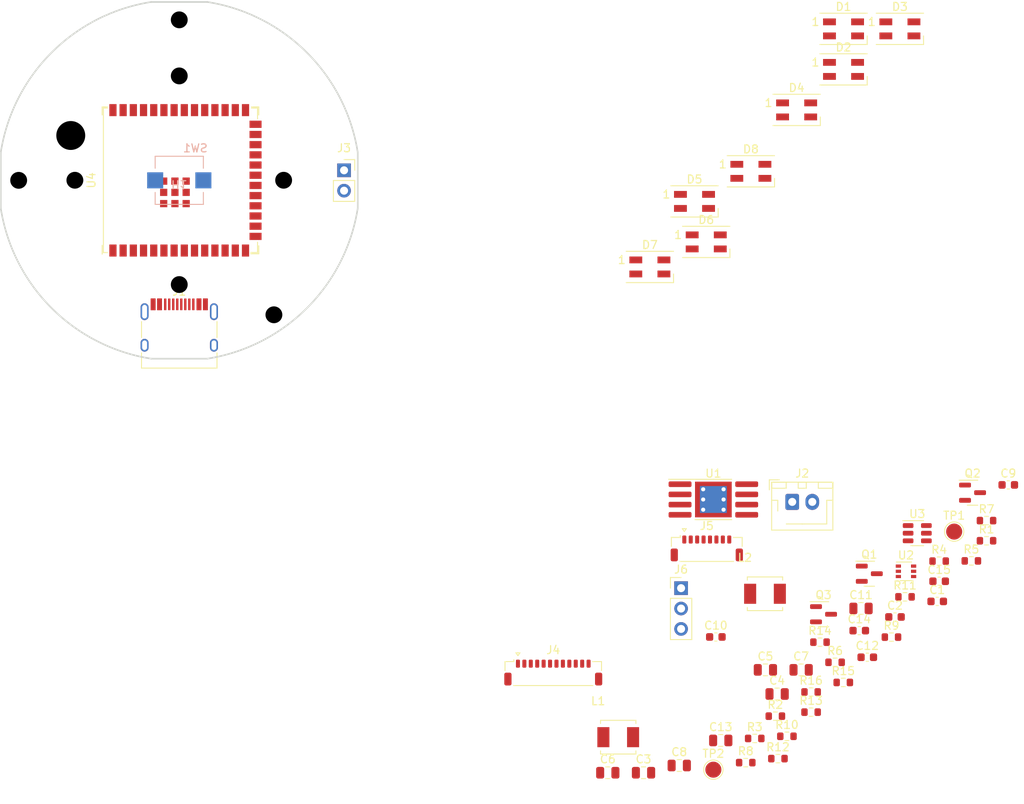
<source format=kicad_pcb>
(kicad_pcb (version 20211014) (generator pcbnew)
  (layers (0 "F.Cu" signal) (1 "In1.Cu" signal) (2 "In2.Cu" signal) (31 "B.Cu" signal) (34 "B.Paste" user) (35 "F.Paste" user) (36 "B.SilkS" user "B.Silkscreen") (37 "F.SilkS" user "F.Silkscreen") (38 "B.Mask" user) (39 "F.Mask" user) (44 "Edge.Cuts" user))
  (net 0 "")
  (net 1 "Net-(C1-Pad1)")
  (net 2 "GND")
  (net 3 "VBUS")
  (net 4 "Net-(C3-Pad1)")
  (net 5 "+5V")
  (net 6 "+BATT")
  (net 7 "Net-(C10-Pad1)")
  (net 8 "Net-(C10-Pad2)")
  (net 9 "+3.3V")
  (net 10 "Net-(C12-Pad2)")
  (net 11 "Net-(C14-Pad1)")
  (net 12 "Net-(D1-Pad1)")
  (net 13 "Net-(D1-Pad3)")
  (net 14 "Net-(D2-Pad1)")
  (net 15 "Net-(D2-Pad3)")
  (net 16 "Net-(D3-Pad1)")
  (net 17 "Net-(D3-Pad3)")
  (net 18 "Net-(D4-Pad1)")
  (net 19 "Net-(D4-Pad3)")
  (net 21 "Net-(J1-PadA5)")
  (net 22 "D+")
  (net 23 "D-")
  (net 25 "Net-(J1-PadB5)")
  (net 27 "MOTOR_UH")
  (net 28 "MOTOR_UL")
  (net 29 "MOTOR_VH")
  (net 30 "MOTOR_VL")
  (net 31 "MOTOR_WH")
  (net 32 "MOTOR_WL")
  (net 33 "MOTOR_DIAG")
  (net 34 "MM_SDA")
  (net 35 "MM_SCL")
  (net 36 "MM_CS")
  (net 37 "LCD_BL")
  (net 38 "LCD_DC")
  (net 39 "LCD_CS")
  (net 40 "LCD_SCL")
  (net 41 "LCD_SDA")
  (net 42 "LCD_RESET")
  (net 43 "Net-(J6-Pad1)")
  (net 44 "Net-(J6-Pad2)")
  (net 45 "Net-(L1-Pad1)")
  (net 46 "Net-(Q1-Pad1)")
  (net 47 "Net-(Q1-Pad3)")
  (net 48 "Net-(Q2-Pad1)")
  (net 49 "PUSH")
  (net 50 "Net-(Q3-Pad1)")
  (net 51 "Net-(Q3-Pad3)")
  (net 52 "IO_OFF")
  (net 53 "Net-(R6-Pad1)")
  (net 54 "PUSH_UP")
  (net 55 "BAT_ADC_EN")
  (net 56 "BAT_ADC")
  (net 57 "Net-(R16-Pad2)")
  (net 61 "RGB")
  (footprint "Resistor_SMD:R_0603_1608Metric" (layer "F.Cu") (at 121.67 119.555)
    (fp_text reference "R3" (at 0 -1.43) (layer "F.SilkS"))
    (fp_text value "10")
    (pad "1" smd roundrect (at -0.825 0) (size 0.8 0.95) (layers "F.Cu" "F.Paste" "F.Mask") (net 52 "IO_OFF"))
    (pad "2" smd roundrect (at 0.825 0) (size 0.8 0.95) (layers "F.Cu" "F.Paste" "F.Mask") (net 46 "Net-(Q1-Pad1)"))
  )
  (footprint "Capacitor_SMD:C_0603_1608Metric" (layer "F.Cu") (at 135.69 109.435)
    (fp_text reference "C12" (at 0 -1.43) (layer "F.SilkS"))
    (fp_text value "100pF")
    (pad "1" smd roundrect (at -0.775 0) (size 0.9 0.95) (layers "F.Cu" "F.Paste" "F.Mask") (net 9 "+3.3V"))
    (pad "2" smd roundrect (at 0.775 0) (size 0.9 0.95) (layers "F.Cu" "F.Paste" "F.Mask") (net 10 "Net-(C12-Pad2)"))
  )
  (footprint "Capacitor_SMD:C_0805_2012Metric" (layer "F.Cu") (at 124.46 114.015)
    (fp_text reference "C4" (at 0 -1.68) (layer "F.SilkS"))
    (fp_text value "22uF")
    (pad "1" smd roundrect (at -0.95 0) (size 1 1.45) (layers "F.Cu" "F.Paste" "F.Mask") (net 5 "+5V"))
    (pad "2" smd roundrect (at 0.95 0) (size 1 1.45) (layers "F.Cu" "F.Paste" "F.Mask") (net 2 "GND"))
  )
  (footprint "Connector_Hirose:Hirose_DF52-8S-0.8H_1x08-1MP_P0.80mm_Horizontal" (layer "F.Cu") (at 115.7 95.873553)
    (fp_text reference "J5" (at 0 -2.81) (layer "F.SilkS"))
    (fp_text value "LCD")
    (pad "1" smd roundrect (at -2.8 -1.11) (size 0.5 1) (layers "F.Cu" "F.Paste" "F.Mask") (net 9 "+3.3V"))
    (pad "2" smd roundrect (at -2 -1.11) (size 0.5 1) (layers "F.Cu" "F.Paste" "F.Mask") (net 37 "LCD_BL"))
    (pad "3" smd roundrect (at -1.2 -1.11) (size 0.5 1) (layers "F.Cu" "F.Paste" "F.Mask") (net 38 "LCD_DC"))
    (pad "4" smd roundrect (at -0.4 -1.11) (size 0.5 1) (layers "F.Cu" "F.Paste" "F.Mask") (net 39 "LCD_CS"))
    (pad "5" smd roundrect (at 0.4 -1.11) (size 0.5 1) (layers "F.Cu" "F.Paste" "F.Mask") (net 40 "LCD_SCL"))
    (pad "6" smd roundrect (at 1.2 -1.11) (size 0.5 1) (layers "F.Cu" "F.Paste" "F.Mask") (net 41 "LCD_SDA"))
    (pad "7" smd roundrect (at 2 -1.11) (size 0.5 1) (layers "F.Cu" "F.Paste" "F.Mask") (net 42 "LCD_RESET"))
    (pad "8" smd roundrect (at 2.8 -1.11) (size 0.5 1) (layers "F.Cu" "F.Paste" "F.Mask") (net 2 "GND"))
    (pad "MP" smd roundrect (at 4.05 0.81) (size 0.9 1.6) (layers "F.Cu" "F.Paste" "F.Mask"))
    (pad "MP" smd roundrect (at -4.05 0.81) (size 0.9 1.6) (layers "F.Cu" "F.Paste" "F.Mask"))
  )
  (footprint "Resistor_SMD:R_0603_1608Metric" (layer "F.Cu") (at 132.7 112.575)
    (fp_text reference "R15" (at 0 -1.43) (layer "F.SilkS"))
    (fp_text value "10k")
    (pad "1" smd roundrect (at -0.825 0) (size 0.8 0.95) (layers "F.Cu" "F.Paste" "F.Mask") (net 9 "+3.3V"))
    (pad "2" smd roundrect (at 0.825 0) (size 0.8 0.95) (layers "F.Cu" "F.Paste" "F.Mask") (net 11 "Net-(C14-Pad1)"))
  )
  (footprint "Resistor_SMD:R_0603_1608Metric" (layer "F.Cu") (at 128.69 116.275)
    (fp_text reference "R13" (at 0 -1.43) (layer "F.SilkS"))
    (fp_text value "182k")
    (pad "1" smd roundrect (at -0.825 0) (size 0.8 0.95) (layers "F.Cu" "F.Paste" "F.Mask") (net 9 "+3.3V"))
    (pad "2" smd roundrect (at 0.825 0) (size 0.8 0.95) (layers "F.Cu" "F.Paste" "F.Mask") (net 10 "Net-(C12-Pad2)"))
  )
  (footprint "Package_TO_SOT_SMD:SOT-23" (layer "F.Cu") (at 148.8 88.925)
    (fp_text reference "Q2" (at 0 -2.4) (layer "F.SilkS"))
    (fp_text value "AO3400A")
    (pad "1" smd roundrect (at -0.9375 -0.95) (size 1.475 0.6) (layers "F.Cu" "F.Paste" "F.Mask") (net 48 "Net-(Q2-Pad1)"))
    (pad "2" smd roundrect (at -0.9375 0.95) (size 1.475 0.6) (layers "F.Cu" "F.Paste" "F.Mask") (net 49 "PUSH"))
    (pad "3" smd roundrect (at 0.9375 0) (size 1.475 0.6) (layers "F.Cu" "F.Paste" "F.Mask") (net 47 "Net-(Q1-Pad3)"))
  )
  (footprint "Capacitor_SMD:C_0805_2012Metric" (layer "F.Cu") (at 112.27 122.925)
    (fp_text reference "C8" (at 0 -1.68) (layer "F.SilkS"))
    (fp_text value "22uF")
    (pad "1" smd roundrect (at -0.95 0) (size 1 1.45) (layers "F.Cu" "F.Paste" "F.Mask") (net 5 "+5V"))
    (pad "2" smd roundrect (at 0.95 0) (size 1 1.45) (layers "F.Cu" "F.Paste" "F.Mask") (net 2 "GND"))
  )
  (footprint "LED_SMD:LED_SK6812MINI_PLCC4_3.5x3.5mm_P1.75mm" (layer "F.Cu") (at 132.73 31.125)
    (fp_text reference "D1" (at 0 -2.75) (layer "F.SilkS"))
    (fp_text value "SK6812MINI")
    (fp_text user "1" (at -3.5 -0.875) (layer "F.SilkS"))
    (pad "1" smd rect (at -1.75 -0.875) (size 1.6 0.85) (layers "F.Cu" "F.Paste" "F.Mask") (net 12 "Net-(D1-Pad1)"))
    (pad "2" smd rect (at -1.75 0.875) (size 1.6 0.85) (layers "F.Cu" "F.Paste" "F.Mask") (net 2 "GND"))
    (pad "3" smd rect (at 1.75 0.875) (size 1.6 0.85) (layers "F.Cu" "F.Paste" "F.Mask") (net 13 "Net-(D1-Pad3)"))
    (pad "4" smd rect (at 1.75 -0.875) (size 1.6 0.85) (layers "F.Cu" "F.Paste" "F.Mask") (net 5 "+5V"))
  )
  (footprint "Capacitor_SMD:C_0603_1608Metric" (layer "F.Cu") (at 134.69 106.115)
    (fp_text reference "C14" (at 0 -1.43) (layer "F.SilkS"))
    (fp_text value "100nF")
    (pad "1" smd roundrect (at -0.775 0) (size 0.9 0.95) (layers "F.Cu" "F.Paste" "F.Mask") (net 11 "Net-(C14-Pad1)"))
    (pad "2" smd roundrect (at 0.775 0) (size 0.9 0.95) (layers "F.Cu" "F.Paste" "F.Mask") (net 2 "GND"))
  )
  (footprint "Espressif:ESP32-S3-WROOM-1U" (layer "F.Cu") (at 50 50 90)
    (fp_text reference "U4" (at 0 -10.95 90) (layer "F.SilkS"))
    (fp_text value " ESP32-S3-WROOM-1U-N8R2 ")
    (pad "1" smd rect (at -8.75 -8.26 90) (size 1.5 0.9) (layers "F.Cu" "F.Paste" "F.Mask") (net 2 "GND"))
    (pad "2" smd rect (at -8.75 -6.99 90) (size 1.5 0.9) (layers "F.Cu" "F.Paste" "F.Mask") (net 9 "+3.3V"))
    (pad "3" smd rect (at -8.75 -5.72 90) (size 1.5 0.9) (layers "F.Cu" "F.Paste" "F.Mask") (net 11 "Net-(C14-Pad1)"))
    (pad "4" smd rect (at -8.75 -4.45 90) (size 1.5 0.9) (layers "F.Cu" "F.Paste" "F.Mask"))
    (pad "5" smd rect (at -8.75 -3.18 90) (size 1.5 0.9) (layers "F.Cu" "F.Paste" "F.Mask"))
    (pad "6" smd rect (at -8.75 -1.91 90) (size 1.5 0.9) (layers "F.Cu" "F.Paste" "F.Mask"))
    (pad "7" smd rect (at -8.75 -0.64 90) (size 1.5 0.9) (layers "F.Cu" "F.Paste" "F.Mask"))
    (pad "8" smd rect (at -8.75 0.63 90) (size 1.5 0.9) (layers "F.Cu" "F.Paste" "F.Mask"))
    (pad "9" smd rect (at -8.75 1.9 90) (size 1.5 0.9) (layers "F.Cu" "F.Paste" "F.Mask"))
    (pad "10" smd rect (at -8.75 3.17 90) (size 1.5 0.9) (layers "F.Cu" "F.Paste" "F.Mask"))
    (pad "11" smd rect (at -8.75 4.44 90) (size 1.5 0.9) (layers "F.Cu" "F.Paste" "F.Mask"))
    (pad "12" smd rect (at -8.75 5.71 90) (size 1.5 0.9) (layers "F.Cu" "F.Paste" "F.Mask"))
    (pad "13" smd rect (at -8.75 6.98 90) (size 1.5 0.9) (layers "F.Cu" "F.Paste" "F.Mask") (net 23 "D-"))
    (pad "14" smd rect (at -8.75 8.25 90) (size 1.5 0.9) (layers "F.Cu" "F.Paste" "F.Mask") (net 22 "D+"))
    (pad "15" smd rect (at -6.985 9.5 180) (size 1.5 0.9) (layers "F.Cu" "F.Paste" "F.Mask"))
    (pad "16" smd rect (at -5.715 9.5 180) (size 1.5 0.9) (layers "F.Cu" "F.Paste" "F.Mask"))
    (pad "17" smd rect (at -4.445 9.5 180) (size 1.5 0.9) (layers "F.Cu" "F.Paste" "F.Mask"))
    (pad "18" smd rect (at -3.175 9.5 180) (size 1.5 0.9) (layers "F.Cu" "F.Paste" "F.Mask"))
    (pad "19" smd rect (at -1.905 9.5 180) (size 1.5 0.9) (layers "F.Cu" "F.Paste" "F.Mask"))
    (pad "20" smd rect (at -0.635 9.5 180) (size 1.5 0.9) (layers "F.Cu" "F.Paste" "F.Mask"))
    (pad "21" smd rect (at 0.635 9.5 180) (size 1.5 0.9) (layers "F.Cu" "F.Paste" "F.Mask"))
    (pad "22" smd rect (at 1.905 9.5 180) (size 1.5 0.9) (layers "F.Cu" "F.Paste" "F.Mask"))
    (pad "23" smd rect (at 3.175 9.5 180) (size 1.5 0.9) (layers "F.Cu" "F.Paste" "F.Mask"))
    (pad "24" smd rect (at 4.445 9.5 180) (size 1.5 0.9) (layers "F.Cu" "F.Paste" "F.Mask"))
    (pad "25" smd rect (at 5.715 9.5 180) (size 1.5 0.9) (layers "F.Cu" "F.Paste" "F.Mask"))
    (pad "26" smd rect (at 6.985 9.5 180) (size 1.5 0.9) (layers "F.Cu" "F.Paste" "F.Mask"))
    (pad "27" smd rect (at 8.75 8.25 270) (size 1.5 0.9) (layers "F.Cu" "F.Paste" "F.Mask") (net 57 "Net-(R16-Pad2)"))
    (pad "28" smd rect (at 8.75 6.98 270) (size 1.5 0.9) (layers "F.Cu" "F.Paste" "F.Mask"))
    (pad "29" smd rect (at 8.75 5.71 270) (size 1.5 0.9) (layers "F.Cu" "F.Paste" "F.Mask"))
    (pad "30" smd rect (at 8.75 4.44 270) (size 1.5 0.9) (layers "F.Cu" "F.Paste" "F.Mask"))
    (pad "31" smd rect (at 8.75 3.17 270) (size 1.5 0.9) (layers "F.Cu" "F.Paste" "F.Mask"))
    (pad "32" smd rect (at 8.75 1.9 270) (size 1.5 0.9) (layers "F.Cu" "F.Paste" "F.Mask"))
    (pad "33" smd rect (at 8.75 0.63 270) (size 1.5 0.9) (layers "F.Cu" "F.Paste" "F.Mask"))
    (pad "34" smd rect (at 8.75 -0.64 270) (size 1.5 0.9) (layers "F.Cu" "F.Paste" "F.Mask"))
    (pad "35" smd rect (at 8.75 -1.91 270) (size 1.5 0.9) (layers "F.Cu" "F.Paste" "F.Mask"))
    (pad "36" smd rect (at 8.75 -3.18 270) (size 1.5 0.9) (layers "F.Cu" "F.Paste" "F.Mask") (net 44 "Net-(J6-Pad2)"))
    (pad "37" smd rect (at 8.75 -4.45 270) (size 1.5 0.9) (layers "F.Cu" "F.Paste" "F.Mask") (net 43 "Net-(J6-Pad1)"))
    (pad "38" smd rect (at 8.75 -5.72 270) (size 1.5 0.9) (layers "F.Cu" "F.Paste" "F.Mask"))
    (pad "39" smd rect (at 8.75 -6.99 270) (size 1.5 0.9) (layers "F.Cu" "F.Paste" "F.Mask"))
    (pad "40" smd rect (at 8.75 -8.26 270) (size 1.5 0.9) (layers "F.Cu" "F.Paste" "F.Mask") (net 2 "GND"))
    (pad "41" smd rect (at -2.9 0.86 270) (size 0.9 0.9) (layers "F.Cu" "F.Paste" "F.Mask") (net 2 "GND"))
    (pad "41" smd rect (at -0.1 -1.94 270) (size 0.9 0.9) (layers "F.Cu" "F.Paste" "F.Mask") (net 2 "GND"))
    (pad "41" smd rect (at -2.9 -0.54 270) (size 0.9 0.9) (layers "F.Cu" "F.Paste" "F.Mask") (net 2 "GND"))
    (pad "41" smd rect (at -0.1 -0.54 270) (size 0.9 0.9) (layers "F.Cu" "F.Paste" "F.Mask") (net 2 "GND"))
    (pad "41" smd rect (at -0.1 0.86 270) (size 0.9 0.9) (layers "F.Cu" "F.Paste" "F.Mask") (net 2 "GND"))
    (pad "41" smd rect (at -1.5 -1.94 270) (size 0.9 0.9) (layers "F.Cu" "F.Paste" "F.Mask") (net 2 "GND"))
    (pad "41" smd rect (at -2.9 -1.94 270) (size 0.9 0.9) (layers "F.Cu" "F.Paste" "F.Mask") (net 2 "GND"))
    (pad "41" smd rect (at -1.5 0.86 270) (size 0.9 0.9) (layers "F.Cu" "F.Paste" "F.Mask") (net 2 "GND"))
    (pad "41" smd rect (at -1.5 -0.54 270) (size 0.9 0.9) (layers "F.Cu" "F.Paste" "F.Mask") (net 2 "GND"))
  )
  (footprint "LED_SMD:LED_SK6812MINI_PLCC4_3.5x3.5mm_P1.75mm" (layer "F.Cu") (at 139.75 31.125)
    (fp_text reference "D3" (at 0 -2.75) (layer "F.SilkS"))
    (fp_text value "SK6812MINI")
    (fp_text user "1" (at -3.5 -0.875) (layer "F.SilkS"))
    (pad "1" smd rect (at -1.75 -0.875) (size 1.6 0.85) (layers "F.Cu" "F.Paste" "F.Mask") (net 16 "Net-(D3-Pad1)"))
    (pad "2" smd rect (at -1.75 0.875) (size 1.6 0.85) (layers "F.Cu" "F.Paste" "F.Mask") (net 2 "GND"))
    (pad "3" smd rect (at 1.75 0.875) (size 1.6 0.85) (layers "F.Cu" "F.Paste" "F.Mask") (net 17 "Net-(D3-Pad3)"))
    (pad "4" smd rect (at 1.75 -0.875) (size 1.6 0.85) (layers "F.Cu" "F.Paste" "F.Mask") (net 5 "+5V"))
  )
  (footprint "Connector_PinHeader_2.54mm:PinHeader_1x03_P2.54mm_Vertical" (layer "F.Cu") (at 112.5 100.825)
    (fp_text reference "J6" (at 0 -2.33) (layer "F.SilkS"))
    (fp_text value "PROG")
    (pad "1" thru_hole rect (at 0 0) (size 1.7 1.7) (drill 1) (layers *.Cu *.Mask) (net 43 "Net-(J6-Pad1)"))
    (pad "2" thru_hole oval (at 0 2.54) (size 1.7 1.7) (drill 1) (layers *.Cu *.Mask) (net 44 "Net-(J6-Pad2)"))
    (pad "3" thru_hole oval (at 0 5.08) (size 1.7 1.7) (drill 1) (layers *.Cu *.Mask) (net 2 "GND"))
  )
  (footprint "Resistor_SMD:R_0603_1608Metric" (layer "F.Cu") (at 124.24 116.775)
    (fp_text reference "R2" (at 0 -1.43) (layer "F.SilkS"))
    (fp_text value "2")
    (pad "1" smd roundrect (at -0.825 0) (size 0.8 0.95) (layers "F.Cu" "F.Paste" "F.Mask") (net 3 "VBUS"))
    (pad "2" smd roundrect (at 0.825 0) (size 0.8 0.95) (layers "F.Cu" "F.Paste" "F.Mask") (net 1 "Net-(C1-Pad1)"))
  )
  (footprint "Capacitor_SMD:C_0603_1608Metric" (layer "F.Cu") (at 116.83 106.905)
    (fp_text reference "C10" (at 0 -1.43) (layer "F.SilkS"))
    (fp_text value "100nF")
    (pad "1" smd roundrect (at -0.775 0) (size 0.9 0.95) (layers "F.Cu" "F.Paste" "F.Mask") (net 7 "Net-(C10-Pad1)"))
    (pad "2" smd roundrect (at 0.775 0) (size 0.9 0.95) (layers "F.Cu" "F.Paste" "F.Mask") (net 8 "Net-(C10-Pad2)"))
  )
  (footprint "Capacitor_SMD:C_0805_2012Metric" (layer "F.Cu") (at 134.91 103.355)
    (fp_text reference "C11" (at 0 -1.68) (layer "F.SilkS"))
    (fp_text value "22uF")
    (pad "1" smd roundrect (at -0.95 0) (size 1 1.45) (layers "F.Cu" "F.Paste" "F.Mask") (net 9 "+3.3V"))
    (pad "2" smd roundrect (at 0.95 0) (size 1 1.45) (layers "F.Cu" "F.Paste" "F.Mask") (net 2 "GND"))
  )
  (footprint "Capacitor_SMD:C_0805_2012Metric" (layer "F.Cu") (at 127.45 111.005)
    (fp_text reference "C7" (at 0 -1.68) (layer "F.SilkS"))
    (fp_text value "22uF")
    (pad "1" smd roundrect (at -0.95 0) (size 1 1.45) (layers "F.Cu" "F.Paste" "F.Mask") (net 5 "+5V"))
    (pad "2" smd roundrect (at 0.95 0) (size 1 1.45) (layers "F.Cu" "F.Paste" "F.Mask") (net 2 "GND"))
  )
  (footprint "Package_TO_SOT_SMD:SOT-23" (layer "F.Cu") (at 130.24 104.075)
    (fp_text reference "Q3" (at 0 -2.4) (layer "F.SilkS"))
    (fp_text value "AO3400A")
    (pad "1" smd roundrect (at -0.9375 -0.95) (size 1.475 0.6) (layers "F.Cu" "F.Paste" "F.Mask") (net 50 "Net-(Q3-Pad1)"))
    (pad "2" smd roundrect (at -0.9375 0.95) (size 1.475 0.6) (layers "F.Cu" "F.Paste" "F.Mask") (net 2 "GND"))
    (pad "3" smd roundrect (at 0.9375 0) (size 1.475 0.6) (layers "F.Cu" "F.Paste" "F.Mask") (net 51 "Net-(Q3-Pad3)"))
  )
  (footprint "Capacitor_SMD:C_0805_2012Metric" (layer "F.Cu") (at 117.44 119.805)
    (fp_text reference "C13" (at 0 -1.68) (layer "F.SilkS"))
    (fp_text value "22uF")
    (pad "1" smd roundrect (at -0.95 0) (size 1 1.45) (layers "F.Cu" "F.Paste" "F.Mask") (net 9 "+3.3V"))
    (pad "2" smd roundrect (at 0.95 0) (size 1 1.45) (layers "F.Cu" "F.Paste" "F.Mask") (net 2 "GND"))
  )
  (footprint "Connector_USB:USB_C_Receptacle_HRO_TYPE-C-31-M-12" (layer "F.Cu") (at 50 69.5)
    (fp_text reference "J1" (at 0 -5.645) (layer "F.SilkS"))
    (fp_text value "USB_C_Receptacle_USB2.0")
    (pad "" np_thru_hole circle (at -2.89 -2.6) (size 0.65 0.65) (drill 0.65) (layers *.Cu *.Mask))
    (pad "" np_thru_hole circle (at 2.89 -2.6) (size 0.65 0.65) (drill 0.65) (layers *.Cu *.Mask))
    (pad "A1" smd rect (at -3.25 -4.045) (size 0.6 1.45) (layers "F.Cu" "F.Paste" "F.Mask") (net 2 "GND"))
    (pad "A4" smd rect (at -2.45 -4.045) (size 0.6 1.45) (layers "F.Cu" "F.Paste" "F.Mask") (net 3 "VBUS"))
    (pad "A5" smd rect (at -1.25 -4.045) (size 0.3 1.45) (layers "F.Cu" "F.Paste" "F.Mask") (net 21 "Net-(J1-PadA5)"))
    (pad "A6" smd rect (at -0.25 -4.045) (size 0.3 1.45) (layers "F.Cu" "F.Paste" "F.Mask") (net 22 "D+"))
    (pad "A7" smd rect (at 0.25 -4.045) (size 0.3 1.45) (layers "F.Cu" "F.Paste" "F.Mask") (net 23 "D-"))
    (pad "A8" smd rect (at 1.25 -4.045) (size 0.3 1.45) (layers "F.Cu" "F.Paste" "F.Mask"))
    (pad "A9" smd rect (at 2.45 -4.045) (size 0.6 1.45) (layers "F.Cu" "F.Paste" "F.Mask") (net 3 "VBUS"))
    (pad "A12" smd rect (at 3.25 -4.045) (size 0.6 1.45) (layers "F.Cu" "F.Paste" "F.Mask") (net 2 "GND"))
    (pad "B1" smd rect (at 3.25 -4.045) (size 0.6 1.45) (layers "F.Cu" "F.Paste" "F.Mask") (net 2 "GND"))
    (pad "B4" smd rect (at 2.45 -4.045) (size 0.6 1.45) (layers "F.Cu" "F.Paste" "F.Mask") (net 3 "VBUS"))
    (pad "B5" smd rect (at 1.75 -4.045) (size 0.3 1.45) (layers "F.Cu" "F.Paste" "F.Mask") (net 25 "Net-(J1-PadB5)"))
    (pad "B6" smd rect (at 0.75 -4.045) (size 0.3 1.45) (layers "F.Cu" "F.Paste" "F.Mask") (net 22 "D+"))
    (pad "B7" smd rect (at -0.75 -4.045) (size 0.3 1.45) (layers "F.Cu" "F.Paste" "F.Mask") (net 23 "D-"))
    (pad "B8" smd rect (at -1.75 -4.045) (size 0.3 1.45) (layers "F.Cu" "F.Paste" "F.Mask"))
    (pad "B9" smd rect (at -2.45 -4.045) (size 0.6 1.45) (layers "F.Cu" "F.Paste" "F.Mask") (net 3 "VBUS"))
    (pad "B12" smd rect (at -3.25 -4.045) (size 0.6 1.45) (layers "F.Cu" "F.Paste" "F.Mask") (net 2 "GND"))
    (pad "S1" thru_hole oval (at -4.32 -3.13) (size 1 2.1) (drill oval 0.6 1.7) (layers *.Cu *.Mask) (net 2 "GND"))
    (pad "S1" thru_hole oval (at -4.32 1.05) (size 1 1.6) (drill oval 0.6 1.2) (layers *.Cu *.Mask) (net 2 "GND"))
    (pad "S1" thru_hole oval (at 4.32 -3.13) (size 1 2.1) (drill oval 0.6 1.7) (layers *.Cu *.Mask) (net 2 "GND"))
    (pad "S1" thru_hole oval (at 4.32 1.05) (size 1 1.6) (drill oval 0.6 1.2) (layers *.Cu *.Mask) (net 2 "GND"))
  )
  (footprint "Resistor_SMD:R_0603_1608Metric" (layer "F.Cu") (at 138.7 106.925)
    (fp_text reference "R9" (at 0 -1.43) (layer "F.SilkS"))
    (fp_text value "10")
    (pad "1" smd roundrect (at -0.825 0) (size 0.8 0.95) (layers "F.Cu" "F.Paste" "F.Mask") (net 55 "BAT_ADC_EN"))
    (pad "2" smd roundrect (at 0.825 0) (size 0.8 0.95) (layers "F.Cu" "F.Paste" "F.Mask") (net 50 "Net-(Q3-Pad1)"))
  )
  (footprint "Package_TO_SOT_SMD:SOT-363_SC-70-6" (layer "F.Cu") (at 140.51 98.725)
    (fp_text reference "U2" (at 0 -2) (layer "F.SilkS"))
    (fp_text value "SN74LVC1T45DCK")
    (pad "1" smd rect (at -0.95 -0.65) (size 0.65 0.4) (layers "F.Cu" "F.Paste" "F.Mask") (net 5 "+5V"))
    (pad "2" smd rect (at -0.95 0) (size 0.65 0.4) (layers "F.Cu" "F.Paste" "F.Mask") (net 2 "GND"))
    (pad "3" smd rect (at -0.95 0.65) (size 0.65 0.4) (layers "F.Cu" "F.Paste" "F.Mask") (net 13 "Net-(D1-Pad3)"))
    (pad "4" smd rect (at 0.95 0.65) (size 0.65 0.4) (layers "F.Cu" "F.Paste" "F.Mask") (net 61 "RGB"))
    (pad "5" smd rect (at 0.95 0) (size 0.65 0.4) (layers "F.Cu" "F.Paste" "F.Mask") (net 2 "GND"))
    (pad "6" smd rect (at 0.95 -0.65) (size 0.65 0.4) (layers "F.Cu" "F.Paste" "F.Mask") (net 9 "+3.3V"))
  )
  (footprint "LED_SMD:LED_SK6812MINI_PLCC4_3.5x3.5mm_P1.75mm" (layer "F.Cu") (at 115.63 57.675)
    (fp_text reference "D6" (at 0 -2.75) (layer "F.SilkS"))
    (fp_text value "SK6812MINI")
    (fp_text user "1" (at -3.5 -0.875) (layer "F.SilkS"))
    (pad "1" smd rect (at -1.75 -0.875) (size 1.6 0.85) (layers "F.Cu" "F.Paste" "F.Mask") (net 17 "Net-(D3-Pad3)"))
    (pad "2" smd rect (at -1.75 0.875) (size 1.6 0.85) (layers "F.Cu" "F.Paste" "F.Mask") (net 2 "GND"))
    (pad "3" smd rect (at 1.75 0.875) (size 1.6 0.85) (layers "F.Cu" "F.Paste" "F.Mask") (net 14 "Net-(D2-Pad1)"))
    (pad "4" smd rect (at 1.75 -0.875) (size 1.6 0.85) (layers "F.Cu" "F.Paste" "F.Mask") (net 5 "+5V"))
  )
  (footprint "Resistor_SMD:R_0603_1608Metric" (layer "F.Cu") (at 150.54 92.405)
    (fp_text reference "R7" (at 0 -1.43) (layer "F.SilkS"))
    (fp_text value "5.1k")
    (pad "1" smd roundrect (at -0.825 0) (size 0.8 0.95) (layers "F.Cu" "F.Paste" "F.Mask") (net 21 "Net-(J1-PadA5)"))
    (pad "2" smd roundrect (at 0.825 0) (size 0.8 0.95) (layers "F.Cu" "F.Paste" "F.Mask") (net 2 "GND"))
  )
  (footprint "Resistor_SMD:R_0603_1608Metric" (layer "F.Cu") (at 148.65 97.425)
    (fp_text reference "R5" (at 0 -1.43) (layer "F.SilkS"))
    (fp_text value "5.1k")
    (pad "1" smd roundrect (at -0.825 0) (size 0.8 0.95) (layers "F.Cu" "F.Paste" "F.Mask") (net 25 "Net-(J1-PadB5)"))
    (pad "2" smd roundrect (at 0.825 0) (size 0.8 0.95) (layers "F.Cu" "F.Paste" "F.Mask") (net 2 "GND"))
  )
  (footprint "LED_SMD:LED_SK6812MINI_PLCC4_3.5x3.5mm_P1.75mm" (layer "F.Cu") (at 126.89 41.225)
    (fp_text reference "D4" (at 0 -2.75) (layer "F.SilkS"))
    (fp_text value "SK6812MINI")
    (fp_text user "1" (at -3.5 -0.875) (layer "F.SilkS"))
    (pad "1" smd rect (at -1.75 -0.875) (size 1.6 0.85) (layers "F.Cu" "F.Paste" "F.Mask") (net 18 "Net-(D4-Pad1)"))
    (pad "2" smd rect (at -1.75 0.875) (size 1.6 0.85) (layers "F.Cu" "F.Paste" "F.Mask") (net 2 "GND"))
    (pad "3" smd rect (at 1.75 0.875) (size 1.6 0.85) (layers "F.Cu" "F.Paste" "F.Mask") (net 19 "Net-(D4-Pad3)"))
    (pad "4" smd rect (at 1.75 -0.875) (size 1.6 0.85) (layers "F.Cu" "F.Paste" "F.Mask") (net 5 "+5V"))
  )
  (footprint "Capacitor_SMD:C_0603_1608Metric" (layer "F.Cu") (at 144.4 102.475)
    (fp_text reference "C1" (at 0 -1.43) (layer "F.SilkS"))
    (fp_text value "10uF")
    (pad "1" smd roundrect (at -0.775 0) (size 0.9 0.95) (layers "F.Cu" "F.Paste" "F.Mask") (net 1 "Net-(C1-Pad1)"))
    (pad "2" smd roundrect (at 0.775 0) (size 0.9 0.95) (layers "F.Cu" "F.Paste" "F.Mask") (net 2 "GND"))
  )
  (footprint "Resistor_SMD:R_0603_1608Metric" (layer "F.Cu") (at 129.8 107.555)
    (fp_text reference "R14" (at 0 -1.43) (layer "F.SilkS"))
    (fp_text value "62k")
    (pad "1" smd roundrect (at -0.825 0) (size 0.8 0.95) (layers "F.Cu" "F.Paste" "F.Mask") (net 10 "Net-(C12-Pad2)"))
    (pad "2" smd roundrect (at 0.825 0) (size 0.8 0.95) (layers "F.Cu" "F.Paste" "F.Mask") (net 2 "GND"))
  )
  (footprint "Sunlord:MWSA0402S-6R8MT" (layer "F.Cu") (at 122.95 101.525)
    (fp_text reference "L2" (at -2.5 -4.5 unlocked) (layer "F.SilkS"))
    (fp_text value "6.8uH")
    (pad "1" smd rect (at -1.85 0) (size 1.5 2.5) (layers "F.Cu" "F.Paste" "F.Mask") (net 7 "Net-(C10-Pad1)"))
    (pad "2" smd rect (at 1.85 0) (size 1.5 2.5) (layers "F.Cu" "F.Paste" "F.Mask") (net 9 "+3.3V"))
  )
  (footprint "Resistor_SMD:R_0603_1608Metric" (layer "F.Cu") (at 131.68 110.065)
    (fp_text reference "R6" (at 0 -1.43) (layer "F.SilkS"))
    (fp_text value "4.7k")
    (pad "1" smd roundrect (at -0.825 0) (size 0.8 0.95) (layers "F.Cu" "F.Paste" "F.Mask") (net 53 "Net-(R6-Pad1)"))
    (pad "2" smd roundrect (at 0.825 0) (size 0.8 0.95) (layers "F.Cu" "F.Paste" "F.Mask") (net 47 "Net-(Q1-Pad3)"))
  )
  (footprint "LED_SMD:LED_SK6812MINI_PLCC4_3.5x3.5mm_P1.75mm" (layer "F.Cu") (at 114.17 52.625)
    (fp_text reference "D5" (at 0 -2.75) (layer "F.SilkS"))
    (fp_text value "SK6812MINI")
    (fp_text user "1" (at -3.5 -0.875) (layer "F.SilkS"))
    (pad "1" smd rect (at -1.75 -0.875) (size 1.6 0.85) (layers "F.Cu" "F.Paste" "F.Mask") (net 15 "Net-(D2-Pad3)"))
    (pad "2" smd rect (at -1.75 0.875) (size 1.6 0.85) (layers "F.Cu" "F.Paste" "F.Mask") (net 2 "GND"))
    (pad "3" smd rect (at 1.75 0.875) (size 1.6 0.85) (layers "F.Cu" "F.Paste" "F.Mask") (net 12 "Net-(D1-Pad1)"))
    (pad "4" smd rect (at 1.75 -0.875) (size 1.6 0.85) (layers "F.Cu" "F.Paste" "F.Mask") (net 5 "+5V"))
  )
  (footprint "Resistor_SMD:R_0603_1608Metric" (layer "F.Cu") (at 150.54 94.915)
    (fp_text reference "R1" (at 0 -1.43) (layer "F.SilkS"))
    (fp_text value "10k")
    (pad "1" smd roundrect (at -0.825 0) (size 0.8 0.95) (layers "F.Cu" "F.Paste" "F.Mask") (net 9 "+3.3V"))
    (pad "2" smd roundrect (at 0.825 0) (size 0.8 0.95) (layers "F.Cu" "F.Paste" "F.Mask") (net 49 "PUSH"))
  )
  (footprint "Package_SO:SOP-8-1EP_4.57x4.57mm_P1.27mm_EP4.57x4.45mm_ThermalVias" (layer "F.Cu") (at 116.52 89.775)
    (fp_text reference "U1" (at 0 -3.24) (layer "F.SilkS"))
    (fp_text value "IP5306")
    (pad "1" smd roundrect (at -4.15 -1.905) (size 2.85 0.7) (layers "F.Cu" "F.Paste" "F.Mask") (net 3 "VBUS"))
    (pad "2" smd roundrect (at -4.15 -0.635) (size 2.85 0.7) (layers "F.Cu" "F.Paste" "F.Mask"))
    (pad "3" smd roundrect (at -4.15 0.635) (size 2.85 0.7) (layers "F.Cu" "F.Paste" "F.Mask"))
    (pad "4" smd roundrect (at -4.15 1.905) (size 2.85 0.7) (layers "F.Cu" "F.Paste" "F.Mask"))
    (pad "5" smd roundrect (at 4.15 1.905) (size 2.85 0.7) (layers "F.Cu" "F.Paste" "F.Mask") (net 53 "Net-(R6-Pad1)"))
    (pad "6" smd roundrect (at 4.15 0.635) (size 2.85 0.7) (layers "F.Cu" "F.Paste" "F.Mask") (net 4 "Net-(C3-Pad1)"))
    (pad "7" smd roundrect (at 4.15 -0.635) (size 2.85 0.7) (layers "F.Cu" "F.Paste" "F.Mask") (net 45 "Net-(L1-Pad1)"))
    (pad "8" smd roundrect (at 4.15 -1.905) (size 2.85 0.7) (layers "F.Cu" "F.Paste" "F.Mask") (net 5 "+5V"))
    (pad "9" smd rect (at 0 0) (size 3.35 3.35) (layers "B.Cu") (net 2 "GND"))
    (pad "9" thru_hole circle (at 1.27 -1.27) (size 0.81 0.81) (drill 0.51) (layers *.Cu) (net 2 "GND"))
    (pad "9" thru_hole circle (at 1.27 0) (size 0.81 0.81) (drill 0.51) (layers *.Cu) (net 2 "GND"))
    (pad "9" smd rect (at 0 0) (size 4.57 4.45) (layers "F.Cu" "F.Mask") (net 2 "GND"))
    (pad "9" thru_hole circle (at -1.27 1.27) (size 0.81 0.81) (drill 0.51) (layers *.Cu) (net 2 "GND"))
    (pad "9" thru_hole circle (at 1.27 1.27) (size 0.81 0.81) (drill 0.51) (layers *.Cu) (net 2 "GND"))
    (pad "9" thru_hole circle (at -1.27 0) (size 0.81 0.81) (drill 0.51) (layers *.Cu) (net 2 "GND"))
    (pad "9" thru_hole circle (at -1.27 -1.27) (size 0.81 0.81) (drill 0.51) (layers *.Cu) (net 2 "GND"))
  )
  (footprint "Connector_PinSocket_2.54mm:PinSocket_1x02_P2.54mm_Vertical" (layer "F.Cu") (at 70.525 48.75)
    (fp_text reference "J3" (at 0 -2.77) (layer "F.SilkS"))
    (fp_text value "PWR")
    (pad "1" thru_hole rect (at 0 0) (size 1.7 1.7) (drill 1) (layers *.Cu *.Mask) (net 2 "GND"))
    (pad "2" thru_hole oval (at 0 2.54) (size 1.7 1.7) (drill 1) (layers *.Cu *.Mask) (net 5 "+5V"))
  )
  (footprint "Resistor_SMD:R_0603_1608Metric" (layer "F.Cu") (at 128.69 113.765)
    (fp_text reference "R16" (at 0 -1.43) (layer "F.SilkS"))
    (fp_text value "10k")
    (pad "1" smd roundrect (at -0.825 0) (size 0.8 0.95) (layers "F.Cu" "F.Paste" "F.Mask") (net 9 "+3.3V"))
    (pad "2" smd roundrect (at 0.825 0) (size 0.8 0.95) (layers "F.Cu" "F.Paste" "F.Mask") (net 57 "Net-(R16-Pad2)"))
  )
  (footprint "Capacitor_SMD:C_0805_2012Metric" (layer "F.Cu") (at 107.82 123.825)
    (fp_text reference "C3" (at 0 -1.68) (layer "F.SilkS"))
    (fp_text value "22uF")
    (pad "1" smd roundrect (at -0.95 0) (size 1 1.45) (layers "F.Cu" "F.Paste" "F.Mask") (net 4 "Net-(C3-Pad1)"))
    (pad "2" smd roundrect (at 0.95 0) (size 1 1.45) (layers "F.Cu" "F.Paste" "F.Mask") (net 2 "GND"))
  )
  (footprint "Connector_Hirose:Hirose_DF52-12S-0.8H_1x12-1MP_P0.80mm_Horizontal" (layer "F.Cu") (at 96.58 111.343553)
    (fp_text reference "J4" (at 0 -2.81) (layer "F.SilkS"))
    (fp_text value "MOTOR")
    (pad "1" smd roundrect (at -4.4 -1.11) (size 0.5 1) (layers "F.Cu" "F.Paste" "F.Mask") (net 9 "+3.3V"))
    (pad "2" smd roundrect (at -3.6 -1.11) (size 0.5 1) (layers "F.Cu" "F.Paste" "F.Mask") (net 27 "MOTOR_UH"))
    (pad "3" smd roundrect (at -2.8 -1.11) (size 0.5 1) (layers "F.Cu" "F.Paste" "F.Mask") (net 28 "MOTOR_UL"))
    (pad "4" smd roundrect (at -2 -1.11) (size 0.5 1) (layers "F.Cu" "F.Paste" "F.Mask") (net 29 "MOTOR_VH"))
    (pad "5" smd roundrect (at -1.2 -1.11) (size 0.5 1) (layers "F.Cu" "F.Paste" "F.Mask") (net 30 "MOTOR_VL"))
    (pad "6" smd roundrect (at -0.4 -1.11) (size 0.5 1) (layers "F.Cu" "F.Paste" "F.Mask") (net 31 "MOTOR_WH"))
    (pad "7" smd roundrect (at 0.4 -1.11) (size 0.5 1) (layers "F.Cu" "F.Paste" "F.Mask") (net 32 "MOTOR_WL"))
    (pad "8" smd roundrect (at 1.2 -1.11) (size 0.5 1) (layers "F.Cu" "F.Paste" "F.Mask") (net 33 "MOTOR_DIAG"))
    (pad "9" smd roundrect (at 2 -1.11) (size 0.5 1) (layers "F.Cu" "F.Paste" "F.Mask") (net 34 "MM_SDA"))
    (pad "10" smd roundrect (at 2.8 -1.11) (size 0.5 1) (layers "F.Cu" "F.Paste" "F.Mask") (net 35 "MM_SCL"))
    (pad "11" smd roundrect (at 3.6 -1.11) (size 0.5 1) (layers "F.Cu" "F.Paste" "F.Mask") (net 36 "MM_CS"))
    (pad "12" smd roundrect (at 4.4 -1.11) (size 0.5 1) (layers "F.Cu" "F.Paste" "F.Mask") (net 2 "GND"))
    (pad "MP" smd roundrect (at 5.65 0.81) (size 0.9 1.6) (layers "F.Cu" "F.Paste" "F.Mask"))
    (pad "MP" smd roundrect (at -5.65 0.81) (size 0.9 1.6) (layers "F.Cu" "F.Paste" "F.Mask"))
  )
  (footprint "Resistor_SMD:R_0603_1608Metric" (layer "F.Cu") (at 140.39 101.905)
    (fp_text reference "R11" (at 0 -1.43) (layer "F.SilkS"))
    (fp_text value "10k")
    (pad "1" smd roundrect (at -0.825 0) (size 0.8 0.95) (layers "F.Cu" "F.Paste" "F.Mask") (net 6 "+BATT"))
    (pad "2" smd roundrect (at 0.825 0) (size 0.8 0.95) (layers "F.Cu" "F.Paste" "F.Mask") (net 56 "BAT_ADC"))
  )
  (footprint "Package_TO_SOT_SMD:TSOT-23-6" (layer "F.Cu") (at 141.91 93.975)
    (fp_text reference "U3" (at 0 -2.4) (layer "F.SilkS"))
    (fp_text value "AP63200WU")
    (pad "1" smd roundrect (at -1.1375 -0.95) (size 1.325 0.6) (layers "F.Cu" "F.Paste" "F.Mask") (net 10 "Net-(C12-Pad2)"))
    (pad "2" smd roundrect (at -1.1375 0) (size 1.325 0.6) (layers "F.Cu" "F.Paste" "F.Mask") (net 5 "+5V"))
    (pad "3" smd roundrect (at -1.1375 0.95) (size 1.325 0.6) (layers "F.Cu" "F.Paste" "F.Mask") (net 5 "+5V"))
    (pad "4" smd roundrect (at 1.1375 0.95) (size 1.325 0.6) (layers "F.Cu" "F.Paste" "F.Mask") (net 2 "GND"))
    (pad "5" smd roundrect (at 1.1375 0) (size 1.325 0.6) (layers "F.Cu" "F.Paste" "F.Mask") (net 7 "Net-(C10-Pad1)"))
    (pad "6" smd roundrect (at 1.1375 -0.95) (size 1.325 0.6) (layers "F.Cu" "F.Paste" "F.Mask") (net 8 "Net-(C10-Pad2)"))
  )
  (footprint "TestPoint:TestPoint_Pad_D2.0mm" (layer "F.Cu") (at 116.52 123.445)
    (fp_text reference "TP2" (at 0 -1.998) (layer "F.SilkS"))
    (fp_text value "GP0")
    (pad "1" smd circle (at 0 0) (size 2 2) (layers "F.Cu" "F.Mask") (net 57 "Net-(R16-Pad2)"))
  )
  (footprint "LED_SMD:LED_SK6812MINI_PLCC4_3.5x3.5mm_P1.75mm" (layer "F.Cu") (at 132.73 36.175)
    (fp_text reference "D2" (at 0 -2.75) (layer "F.SilkS"))
    (fp_text value "SK6812MINI")
    (fp_text user "1" (at -3.5 -0.875) (layer "F.SilkS"))
    (pad "1" smd rect (at -1.75 -0.875) (size 1.6 0.85) (layers "F.Cu" "F.Paste" "F.Mask") (net 14 "Net-(D2-Pad1)"))
    (pad "2" smd rect (at -1.75 0.875) (size 1.6 0.85) (layers "F.Cu" "F.Paste" "F.Mask") (net 2 "GND"))
    (pad "3" smd rect (at 1.75 0.875) (size 1.6 0.85) (layers "F.Cu" "F.Paste" "F.Mask") (net 15 "Net-(D2-Pad3)"))
    (pad "4" smd rect (at 1.75 -0.875) (size 1.6 0.85) (layers "F.Cu" "F.Paste" "F.Mask") (net 5 "+5V"))
  )
  (footprint "Package_TO_SOT_SMD:SOT-23" (layer "F.Cu") (at 135.94 99.025)
    (fp_text reference "Q1" (at 0 -2.4) (layer "F.SilkS"))
    (fp_text value "AO3400A")
    (pad "1" smd roundrect (at -0.9375 -0.95) (size 1.475 0.6) (layers "F.Cu" "F.Paste" "F.Mask") (net 46 "Net-(Q1-Pad1)"))
    (pad "2" smd roundrect (at -0.9375 0.95) (size 1.475 0.6) (layers "F.Cu" "F.Paste" "F.Mask") (net 2 "GND"))
    (pad "3" smd roundrect (at 0.9375 0) (size 1.475 0.6) (layers "F.Cu" "F.Paste" "F.Mask") (net 47 "Net-(Q1-Pad3)"))
  )
  (footprint "Resistor_SMD:R_0603_1608Metric" (layer "F.Cu") (at 120.55 122.565)
    (fp_text reference "R8" (at 0 -1.43) (layer "F.SilkS"))
    (fp_text value "10")
    (pad "1" smd roundrect (at -0.825 0) (size 0.8 0.95) (layers "F.Cu" "F.Paste" "F.Mask") (net 54 "PUSH_UP"))
    (pad "2" smd roundrect (at 0.825 0) (size 0.8 0.95) (layers "F.Cu" "F.Paste" "F.Mask") (net 48 "Net-(Q2-Pad1)"))
  )
  (footprint "Capacitor_SMD:C_0603_1608Metric" (layer "F.Cu") (at 144.64 99.965)
    (fp_text reference "C15" (at 0 -1.43) (layer "F.SilkS"))
    (fp_text value "100nF")
    (pad "1" smd roundrect (at -0.775 0) (size 0.9 0.95) (layers "F.Cu" "F.Paste" "F.Mask") (net 9 "+3.3V"))
    (pad "2" smd roundrect (at 0.775 0) (size 0.9 0.95) (layers "F.Cu" "F.Paste" "F.Mask") (net 2 "GND"))
  )
  (footprint "Resistor_SMD:R_0603_1608Metric" (layer "F.Cu") (at 144.64 97.455)
    (fp_text reference "R4" (at 0 -1.43) (layer "F.SilkS"))
    (fp_text value "10K")
    (pad "1" smd roundrect (at -0.825 0) (size 0.8 0.95) (layers "F.Cu" "F.Paste" "F.Mask") (net 2 "GND"))
    (pad "2" smd roundrect (at 0.825 0) (size 0.8 0.95) (layers "F.Cu" "F.Paste" "F.Mask") (net 46 "Net-(Q1-Pad1)"))
  )
  (footprint "Capacitor_SMD:C_0603_1608Metric" (layer "F.Cu") (at 139.14 104.415)
    (fp_text reference "C2" (at 0 -1.43) (layer "F.SilkS"))
    (fp_text value "10uF")
    (pad "1" smd roundrect (at -0.775 0) (size 0.9 0.95) (layers "F.Cu" "F.Paste" "F.Mask") (net 3 "VBUS"))
    (pad "2" smd roundrect (at 0.775 0) (size 0.9 0.95) (layers "F.Cu" "F.Paste" "F.Mask") (net 1 "Net-(C1-Pad1)"))
  )
  (footprint "Capacitor_SMD:C_0603_1608Metric" (layer "F.Cu") (at 153.25 87.955)
    (fp_text reference "C9" (at 0 -1.43) (layer "F.SilkS"))
    (fp_text value "10uF")
    (pad "1" smd roundrect (at -0.775 0) (size 0.9 0.95) (layers "F.Cu" "F.Paste" "F.Mask") (net 5 "+5V"))
    (pad "2" smd roundrect (at 0.775 0) (size 0.9 0.95) (layers "F.Cu" "F.Paste" "F.Mask") (net 2 "GND"))
  )
  (footprint "LED_SMD:LED_SK6812MINI_PLCC4_3.5x3.5mm_P1.75mm" (layer "F.Cu") (at 121.19 48.875)
    (fp_text reference "D8" (at 0 -2.75) (layer "F.SilkS"))
    (fp_text value "SK6812MINI")
    (fp_text user "1" (at -3.5 -0.875) (layer "F.SilkS"))
    (pad "1" smd rect (at -1.75 -0.875) (size 1.6 0.85) (layers "F.Cu" "F.Paste" "F.Mask"))
    (pad "2" smd rect (at -1.75 0.875) (size 1.6 0.85) (layers "F.Cu" "F.Paste" "F.Mask") (net 2 "GND"))
    (pad "3" smd rect (at 1.75 0.875) (size 1.6 0.85) (layers "F.Cu" "F.Paste" "F.Mask") (net 18 "Net-(D4-Pad1)"))
    (pad "4" smd rect (at 1.75 -0.875) (size 1.6 0.85) (layers "F.Cu" "F.Paste" "F.Mask") (net 5 "+5V"))
  )
  (footprint "Sunlord:MWSA0402S-6R8MT" (layer "F.Cu") (at 104.67 119.395)
    (fp_text reference "L1" (at -2.5 -4.5 unlocked) (layer "F.SilkS"))
    (fp_text value "1uH")
    (pad "1" smd rect (at -1.85 0) (size 1.5 2.5) (layers "F.Cu" "F.Paste" "F.Mask") (net 45 "Net-(L1-Pad1)"))
    (pad "2" smd rect (at 1.85 0) (size 1.5 2.5) (layers "F.Cu" "F.Paste" "F.Mask") (net 6 "+BATT"))
  )
  (footprint "Resistor_SMD:R_0603_1608Metric" (layer "F.Cu") (at 124.56 122.065)
    (fp_text reference "R12" (at 0 -1.43) (layer "F.SilkS"))
    (fp_text value "10k")
    (pad "1" smd roundrect (at -0.825 0) (size 0.8 0.95) (layers "F.Cu" "F.Paste" "F.Mask") (net 56 "BAT_ADC"))
    (pad "2" smd roundrect (at 0.825 0) (size 0.8 0.95) (layers "F.Cu" "F.Paste" "F.Mask") (net 51 "Net-(Q3-Pad3)"))
  )
  (footprint "LED_SMD:LED_SK6812MINI_PLCC4_3.5x3.5mm_P1.75mm" (layer "F.Cu") (at 108.61 60.795)
    (fp_text reference "D7" (at 0 -2.75) (layer "F.SilkS"))
    (fp_text value "SK6812MINI")
    (fp_text user "1" (at -3.5 -0.875) (layer "F.SilkS"))
    (pad "1" smd rect (at -1.75 -0.875) (size 1.6 0.85) (layers "F.Cu" "F.Paste" "F.Mask") (net 19 "Net-(D4-Pad3)"))
    (pad "2" smd rect (at -1.75 0.875) (size 1.6 0.85) (layers "F.Cu" "F.Paste" "F.Mask") (net 2 "GND"))
    (pad "3" smd rect (at 1.75 0.875) (size 1.6 0.85) (layers "F.Cu" "F.Paste" "F.Mask") (net 16 "Net-(D3-Pad1)"))
    (pad "4" smd rect (at 1.75 -0.875) (size 1.6 0.85) (layers "F.Cu" "F.Paste" "F.Mask") (net 5 "+5V"))
  )
  (footprint "Resistor_SMD:R_0603_1608Metric" (layer "F.Cu") (at 125.68 119.285)
    (fp_text reference "R10" (at 0 -1.43) (layer "F.SilkS"))
    (fp_text value "0.5")
    (pad "1" smd roundrect (at -0.825 0) (size 0.8 0.95) (layers "F.Cu" "F.Paste" "F.Mask") (net 4 "Net-(C3-Pad1)"))
    (pad "2" smd roundrect (at 0.825 0) (size 0.8 0.95) (layers "F.Cu" "F.Paste" "F.Mask") (net 6 "+BATT"))
  )
  (footprint "Connector_JST:JST_XH_B2B-XH-AM_1x02_P2.50mm_Vertical" (layer "F.Cu") (at 126.34 90.075)
    (fp_text reference "J2" (at 1.25 -3.55) (layer "F.SilkS"))
    (fp_text value "BAT")
    (pad "" np_thru_hole circle (at -1.6 2) (size 1.2 1.2) (drill 1.2) (layers *.Cu *.Mask))
    (pad "1" thru_hole roundrect (at 0 0) (size 1.7 2) (drill 1) (layers *.Cu *.Mask) (roundrect_rratio 0.147059) (net 6 "+BATT"))
    (pad "2" thru_hole oval (at 2.5 0) (size 1.7 2) (drill 1) (layers *.Cu *.Mask) (net 2 "GND"))
  )
  (footprint "TestPoint:TestPoint_Pad_D2.0mm" (layer "F.Cu") (at 146.51 93.775)
    (fp_text reference "TP1" (at 0 -1.998) (layer "F.SilkS"))
    (fp_text value "EN")
    (pad "1" smd circle (at 0 0) (size 2 2) (layers "F.Cu" "F.Mask") (net 11 "Net-(C14-Pad1)"))
  )
  (footprint "Capacitor_SMD:C_0805_2012Metric" (layer "F.Cu") (at 103.37 123.825)
    (fp_text reference "C6" (at 0 -1.68) (layer "F.SilkS"))
    (fp_text value "22uF")
    (pad "1" smd roundrect (at -0.95 0) (size 1 1.45) (layers "F.Cu" "F.Paste" "F.Mask") (net 6 "+BATT"))
    (pad "2" smd roundrect (at 0.95 0) (size 1 1.45) (layers "F.Cu" "F.Paste" "F.Mask") (net 2 "GND"))
  )
  (footprint "Capacitor_SMD:C_0805_2012Metric" (layer "F.Cu") (at 123 111.005)
    (fp_text reference "C5" (at 0 -1.68) (layer "F.SilkS"))
    (fp_text value "22uF")
    (pad "1" smd roundrect (at -0.95 0) (size 1 1.45) (layers "F.Cu" "F.Paste" "F.Mask") (net 5 "+5V"))
    (pad "2" smd roundrect (at 0.95 0) (size 1 1.45) (layers "F.Cu" "F.Paste" "F.Mask") (net 2 "GND"))
  )
  (footprint "Knob:holes" (layer "B.Cu") (at 50 50)
    (fp_text reference "H1" (at 0 0.5 180 unlocked) (layer "B.SilkS") (effects (justify mirror)))
    (fp_text value "MountingHole")
    (pad "" np_thru_hole circle (at 0 -19.99996) (size 2.09804 2.09804) (drill 2.09804) (layers *.Mask))
    (pad "" np_thru_hole circle (at -12.99972 -0.01016) (size 2.09804 2.09804) (drill 2.09804) (layers *.Mask))
    (pad "" np_thru_hole circle (at -13.5128 -5.588) (size 3.60172 3.60172) (drill 3.60172) (layers *.Mask))
    (pad "" np_thru_hole circle (at 12.99972 -0.01016) (size 2.09804 2.09804) (drill 2.09804) (layers *.Mask))
    (pad "" np_thru_hole circle (at 0 -13.01242) (size 2.09804 2.09804) (drill 2.09804) (layers *.Mask))
    (pad "" np_thru_hole circle (at 11.78814 16.75638) (size 2.09804 2.09804) (drill 2.09804) (layers *.Mask))
    (pad "" np_thru_hole circle (at 0 12.98956) (size 2.09804 2.09804) (drill 2.09804) (layers *.Mask))
    (pad "" np_thru_hole circle (at -19.99996 0) (size 2.09804 2.09804) (drill 2.09804) (layers *.Mask))
  )
  (footprint "Yuandi:TS-1068A-A2B3-D2" (layer "B.Cu") (at 50 50 180)
    (fp_text reference "SW1" (at -2 4 unlocked) (layer "B.SilkS") (effects (justify mirror)))
    (fp_text value "SW_SPST")
    (pad "1" smd rect (at 3 0 180) (size 2 2) (layers "B.Cu" "B.Paste" "B.Mask") (net 2 "GND"))
    (pad "2" smd rect (at -3 0 180) (size 2 2) (layers "B.Cu" "B.Paste" "B.Mask") (net 49 "PUSH"))
  )
  (gr_arc (start 46.500002 72.226159) (mid 34.090067 65.909937) (end 27.773845 53.500002) (layer "Edge.Cuts") (width 0.2))
  (gr_arc (start 53.500002 27.773845) (mid 65.909936 34.090068) (end 72.226159 46.500002) (layer "Edge.Cuts") (width 0.2))
  (gr_line (start 72.226159 53.500002) (end 72.226159 46.500002) (layer "Edge.Cuts") (width 0.2))
  (gr_arc (start 72.226159 53.500002) (mid 65.909936 65.909936) (end 53.500002 72.226159) (layer "Edge.Cuts") (width 0.2))
  (gr_line (start 27.773845 46.500002) (end 27.773845 53.500002) (layer "Edge.Cuts") (width 0.2))
  (gr_line (start 53.500002 27.773845) (end 46.500002 27.773845) (layer "Edge.Cuts") (width 0.2))
  (gr_arc (start 27.773845 46.500002) (mid 34.090067 34.090067) (end 46.500002 27.773845) (layer "Edge.Cuts") (width 0.2))
  (gr_line (start 46.500002 72.226159) (end 53.500002 72.226159) (layer "Edge.Cuts") (width 0.2))
)
</source>
